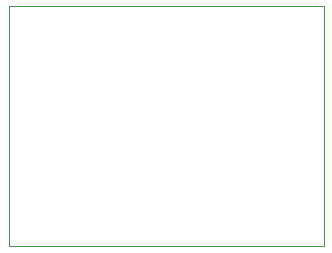
<source format=gbr>
G04 #@! TF.GenerationSoftware,KiCad,Pcbnew,5.0.0-fee4fd1~66~ubuntu16.04.1*
G04 #@! TF.CreationDate,2018-10-16T21:20:53+02:00*
G04 #@! TF.ProjectId,signal_mover,7369676E616C5F6D6F7665722E6B6963,rev?*
G04 #@! TF.SameCoordinates,PX3c8eee0PY6350ce0*
G04 #@! TF.FileFunction,Profile,NP*
%FSLAX46Y46*%
G04 Gerber Fmt 4.6, Leading zero omitted, Abs format (unit mm)*
G04 Created by KiCad (PCBNEW 5.0.0-fee4fd1~66~ubuntu16.04.1) date Tue Oct 16 21:20:53 2018*
%MOMM*%
%LPD*%
G01*
G04 APERTURE LIST*
%ADD10C,0.100000*%
G04 APERTURE END LIST*
D10*
X26670000Y20320000D02*
X26670000Y0D01*
X0Y20320000D02*
X26670000Y20320000D01*
X0Y0D02*
X0Y508000D01*
X26670000Y0D02*
X0Y0D01*
X0Y508000D02*
X0Y20320000D01*
M02*

</source>
